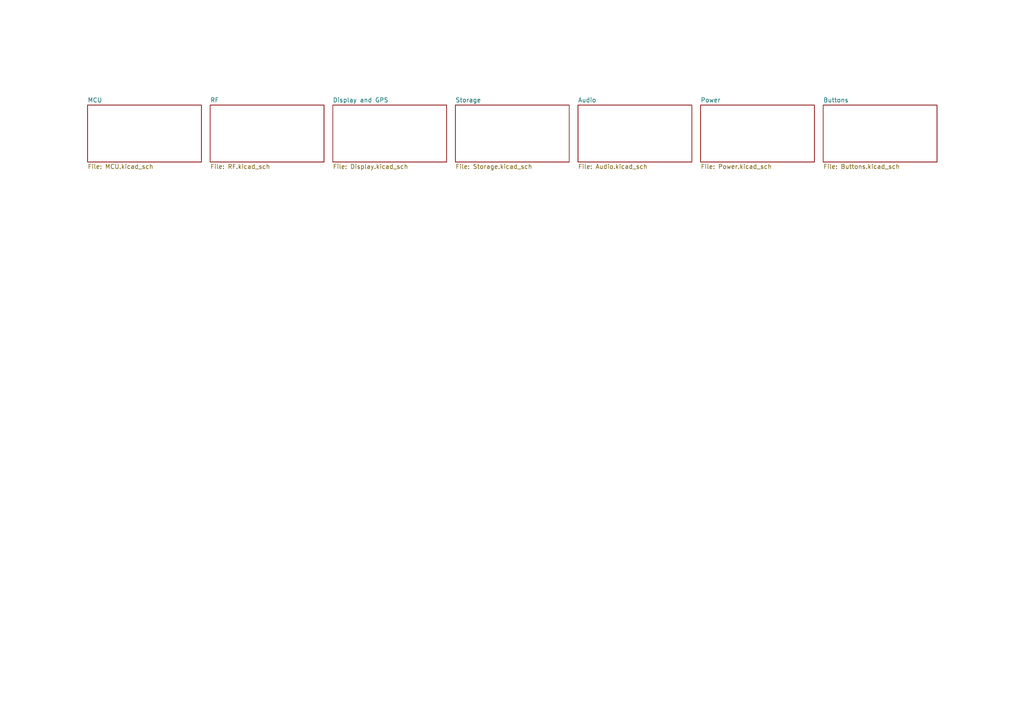
<source format=kicad_sch>
(kicad_sch
	(version 20250114)
	(generator "eeschema")
	(generator_version "9.0")
	(uuid "fd5c68a7-f5d0-4135-a258-bde3ebf63307")
	(paper "A4")
	(lib_symbols)
	(sheet
		(at 167.64 30.48)
		(size 33.02 16.51)
		(exclude_from_sim no)
		(in_bom yes)
		(on_board yes)
		(dnp no)
		(fields_autoplaced yes)
		(stroke
			(width 0.1524)
			(type solid)
		)
		(fill
			(color 0 0 0 0.0000)
		)
		(uuid "1fea53e1-bad3-4fc0-9492-4b8e0f78b13e")
		(property "Sheetname" "Audio"
			(at 167.64 29.7684 0)
			(effects
				(font
					(size 1.27 1.27)
				)
				(justify left bottom)
			)
		)
		(property "Sheetfile" "Audio.kicad_sch"
			(at 167.64 47.5746 0)
			(effects
				(font
					(size 1.27 1.27)
				)
				(justify left top)
			)
		)
		(instances
			(project "OSS Radio Hardware Design"
				(path "/fd5c68a7-f5d0-4135-a258-bde3ebf63307"
					(page "6")
				)
			)
		)
	)
	(sheet
		(at 238.76 30.48)
		(size 33.02 16.51)
		(exclude_from_sim no)
		(in_bom yes)
		(on_board yes)
		(dnp no)
		(fields_autoplaced yes)
		(stroke
			(width 0.1524)
			(type solid)
		)
		(fill
			(color 0 0 0 0.0000)
		)
		(uuid "7b56df82-cc6a-450b-93ef-d87bc728ade2")
		(property "Sheetname" "Buttons"
			(at 238.76 29.7684 0)
			(effects
				(font
					(size 1.27 1.27)
				)
				(justify left bottom)
			)
		)
		(property "Sheetfile" "Buttons.kicad_sch"
			(at 238.76 47.5746 0)
			(effects
				(font
					(size 1.27 1.27)
				)
				(justify left top)
			)
		)
		(instances
			(project "OSS Radio Hardware Design"
				(path "/fd5c68a7-f5d0-4135-a258-bde3ebf63307"
					(page "8")
				)
			)
		)
	)
	(sheet
		(at 96.52 30.48)
		(size 33.02 16.51)
		(exclude_from_sim no)
		(in_bom yes)
		(on_board yes)
		(dnp no)
		(fields_autoplaced yes)
		(stroke
			(width 0.1524)
			(type solid)
		)
		(fill
			(color 0 0 0 0.0000)
		)
		(uuid "b6409364-80a7-45e6-8438-6c9767ff2100")
		(property "Sheetname" "Display and GPS"
			(at 96.52 29.7684 0)
			(effects
				(font
					(size 1.27 1.27)
				)
				(justify left bottom)
			)
		)
		(property "Sheetfile" "Display.kicad_sch"
			(at 96.52 47.5746 0)
			(effects
				(font
					(size 1.27 1.27)
				)
				(justify left top)
			)
		)
		(instances
			(project "OSS Radio Hardware Design"
				(path "/fd5c68a7-f5d0-4135-a258-bde3ebf63307"
					(page "4")
				)
			)
		)
	)
	(sheet
		(at 203.2 30.48)
		(size 33.02 16.51)
		(exclude_from_sim no)
		(in_bom yes)
		(on_board yes)
		(dnp no)
		(fields_autoplaced yes)
		(stroke
			(width 0.1524)
			(type solid)
		)
		(fill
			(color 0 0 0 0.0000)
		)
		(uuid "c701d20d-e266-4c46-aeb3-ff3d813a359d")
		(property "Sheetname" "Power"
			(at 203.2 29.7684 0)
			(effects
				(font
					(size 1.27 1.27)
				)
				(justify left bottom)
			)
		)
		(property "Sheetfile" "Power.kicad_sch"
			(at 203.2 47.5746 0)
			(effects
				(font
					(size 1.27 1.27)
				)
				(justify left top)
			)
		)
		(instances
			(project "OSS Radio Hardware Design"
				(path "/fd5c68a7-f5d0-4135-a258-bde3ebf63307"
					(page "7")
				)
			)
		)
	)
	(sheet
		(at 25.4 30.48)
		(size 33.02 16.51)
		(exclude_from_sim no)
		(in_bom yes)
		(on_board yes)
		(dnp no)
		(fields_autoplaced yes)
		(stroke
			(width 0.1524)
			(type solid)
		)
		(fill
			(color 0 0 0 0.0000)
		)
		(uuid "e0ca9277-1532-4a93-8da4-fd2786b01953")
		(property "Sheetname" "MCU"
			(at 25.4 29.7684 0)
			(effects
				(font
					(size 1.27 1.27)
				)
				(justify left bottom)
			)
		)
		(property "Sheetfile" "MCU.kicad_sch"
			(at 25.4 47.5746 0)
			(effects
				(font
					(size 1.27 1.27)
				)
				(justify left top)
			)
		)
		(instances
			(project "OSS Radio Hardware Design"
				(path "/fd5c68a7-f5d0-4135-a258-bde3ebf63307"
					(page "2")
				)
			)
		)
	)
	(sheet
		(at 60.96 30.48)
		(size 33.02 16.51)
		(exclude_from_sim no)
		(in_bom yes)
		(on_board yes)
		(dnp no)
		(fields_autoplaced yes)
		(stroke
			(width 0.1524)
			(type solid)
		)
		(fill
			(color 0 0 0 0.0000)
		)
		(uuid "e66fc4ce-3cac-45bb-898e-a8c8a0752f3b")
		(property "Sheetname" "RF"
			(at 60.96 29.7684 0)
			(effects
				(font
					(size 1.27 1.27)
				)
				(justify left bottom)
			)
		)
		(property "Sheetfile" "RF.kicad_sch"
			(at 60.96 47.5746 0)
			(effects
				(font
					(size 1.27 1.27)
				)
				(justify left top)
			)
		)
		(instances
			(project "OSS Radio Hardware Design"
				(path "/fd5c68a7-f5d0-4135-a258-bde3ebf63307"
					(page "3")
				)
			)
		)
	)
	(sheet
		(at 132.08 30.48)
		(size 33.02 16.51)
		(exclude_from_sim no)
		(in_bom yes)
		(on_board yes)
		(dnp no)
		(fields_autoplaced yes)
		(stroke
			(width 0.1524)
			(type solid)
		)
		(fill
			(color 0 0 0 0.0000)
		)
		(uuid "f2573a87-f70c-4caf-8131-0e6b13f03101")
		(property "Sheetname" "Storage"
			(at 132.08 29.7684 0)
			(effects
				(font
					(size 1.27 1.27)
				)
				(justify left bottom)
			)
		)
		(property "Sheetfile" "Storage.kicad_sch"
			(at 132.08 47.5746 0)
			(effects
				(font
					(size 1.27 1.27)
				)
				(justify left top)
			)
		)
		(instances
			(project "OSS Radio Hardware Design"
				(path "/fd5c68a7-f5d0-4135-a258-bde3ebf63307"
					(page "5")
				)
			)
		)
	)
	(sheet_instances
		(path "/"
			(page "1")
		)
	)
	(embedded_fonts no)
)

</source>
